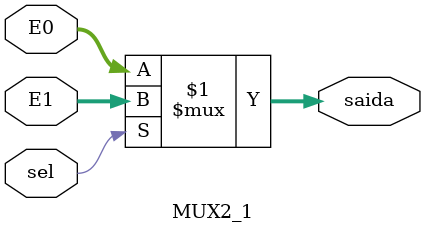
<source format=v>
module MUX2_1(input [7:0] E0, E1, 
				  input sel, 
              output [7:0] saida);
 
	assign saida = (sel) ? E1 : E0; 
endmodule 
</source>
